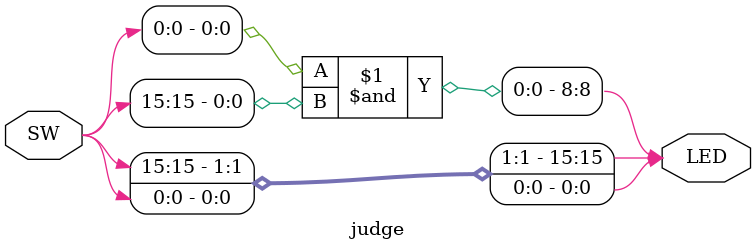
<source format=sv>
module judge( input logic [15:0] SW,
              output logic [15:0] LED);
    assign LED[0] = SW[0];
    assign LED[15] = SW[15];
    assign LED[8] = SW[0] & SW[15];
    
endmodule

</source>
